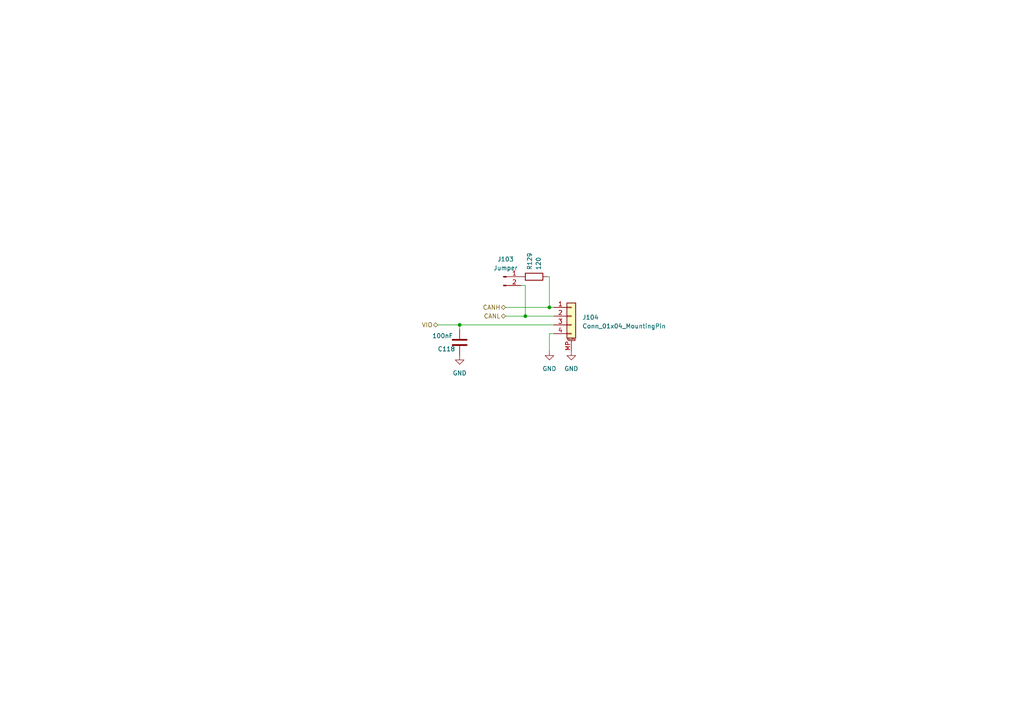
<source format=kicad_sch>
(kicad_sch (version 20231120) (generator "eeschema") (generator_version "8.0")
  (paper "A4")
  (lib_symbols
    (symbol "Connector:Conn_01x02_Pin" (pin_names (offset 1.016) hide)
      (property "Reference" "J" (at 0 2.54 0))
      (property "Value" "Conn_01x02_Pin" (at 0 -5.08 0))
      (symbol "Conn_01x02_Pin_1_1"
        (polyline (pts (xy 1.27 -2.54) (xy 0.8636 -2.54)) (stroke (width 0.1524)))
        (polyline (pts (xy 1.27 0) (xy 0.8636 0)) (stroke (width 0.1524)))
        (rectangle (start 0.8636 -2.413) (end 0 -2.667) (stroke (width 0.1524)) (fill (type outline)))
        (rectangle (start 0.8636 0.127) (end 0 -0.127) (stroke (width 0.1524)) (fill (type outline)))
        (pin passive line (at 5.08 0 180) (length 3.81) (name "Pin_1") (number "1"))
        (pin passive line (at 5.08 -2.54 180) (length 3.81) (name "Pin_2") (number "2"))
      )
    )
    (symbol "Connector_Generic_MountingPin:Conn_01x04_MountingPin" (pin_names (offset 1.016) hide)
      (property "Reference" "J" (at 0 5.08 0))
      (property "Value" "Conn_01x04_MountingPin" (at 1.27 -7.62 0))
      (symbol "Conn_01x04_MountingPin_1_1"
        (rectangle (start -1.27 -4.953) (end 0 -5.207) (stroke (width 0.1524)))
        (rectangle (start -1.27 -2.413) (end 0 -2.667) (stroke (width 0.1524)))
        (rectangle (start -1.27 0.127) (end 0 -0.127) (stroke (width 0.1524)))
        (rectangle (start -1.27 2.667) (end 0 2.413) (stroke (width 0.1524)))
        (rectangle (start -1.27 3.81) (end 1.27 -6.35) (stroke (width 0.254)) (fill (type background)))
        (polyline (pts (xy -1.016 -7.112) (xy 1.016 -7.112)) (stroke (width 0.1524)))
        (text "Mounting" (at 0 -6.731 0) (effects (font (size 0.381 0.381))))
        (pin passive line (at -5.08 2.54 0) (length 3.81) (name "Pin_1") (number "1"))
        (pin passive line (at -5.08 0 0) (length 3.81) (name "Pin_2") (number "2"))
        (pin passive line (at -5.08 -2.54 0) (length 3.81) (name "Pin_3") (number "3"))
        (pin passive line (at -5.08 -5.08 0) (length 3.81) (name "Pin_4") (number "4"))
        (pin passive line (at 0 -10.16 90) (length 3.048) (name "MountPin") (number "MP"))
      )
    )
    (symbol "Device:C" (pin_numbers hide) (pin_names (offset 0.254))
      (property "Reference" "C" (at 0.635 2.54 0))
      (property "Value" "C" (at 0.635 -2.54 0))
      (symbol "C_0_1"
        (polyline (pts (xy -2.032 -0.762) (xy 2.032 -0.762)) (stroke (width 0.508)))
        (polyline (pts (xy -2.032 0.762) (xy 2.032 0.762)) (stroke (width 0.508)))
      )
      (symbol "C_1_1"
        (pin passive line (at 0 3.81 270) (length 2.794) (name "~") (number "1"))
        (pin passive line (at 0 -3.81 90) (length 2.794) (name "~") (number "2"))
      )
    )
    (symbol "Device:R" (pin_numbers hide) (pin_names (offset 0))
      (property "Reference" "R" (at 2.032 0 90))
      (property "Value" "R" (at 0 0 90))
      (symbol "R_0_1"
        (rectangle (start -1.016 -2.54) (end 1.016 2.54) (stroke (width 0.254)))
      )
      (symbol "R_1_1"
        (pin passive line (at 0 3.81 270) (length 1.27) (name "~") (number "1"))
        (pin passive line (at 0 -3.81 90) (length 1.27) (name "~") (number "2"))
      )
    )
    (symbol "power:GND" (power) (pin_names (offset 0))
      (property "Value" "GND" (at 0 -3.81 0))
      (symbol "GND_0_1"
        (polyline (pts (xy 0 0) (xy 0 -1.27) (xy 1.27 -1.27) (xy 0 -2.54) (xy -1.27 -1.27) (xy 0 -1.27)))
      )
      (symbol "GND_1_1"
        (pin power_in line (at 0 0 270) (length 0) hide (name "GND") (number "1"))
      )
    )
  )
  (junction (at 133.3179 94.237))
  (junction (at 152.3679 91.697))
  (junction (at 159.3529 89.157))
  (wire (pts (xy 152.3679 82.807) (xy 152.3679 91.697)))
  (wire (pts (xy 152.3679 91.697) (xy 160.6229 91.697)))
  (wire (pts (xy 133.3179 94.237) (xy 133.3179 95.507)))
  (wire (pts (xy 146.6529 91.697) (xy 152.3679 91.697)))
  (wire (pts (xy 158.7179 80.267) (xy 159.3529 80.267)))
  (wire (pts (xy 159.3529 96.777) (xy 159.3529 101.857)))
  (wire (pts (xy 160.6229 96.777) (xy 159.3529 96.777)))
  (wire (pts (xy 133.3179 94.237) (xy 160.6229 94.237)))
  (wire (pts (xy 151.0979 82.807) (xy 152.3679 82.807)))
  (wire (pts (xy 126.9679 94.237) (xy 133.3179 94.237)))
  (wire (pts (xy 159.3529 80.267) (xy 159.3529 89.157)))
  (wire (pts (xy 159.3529 89.157) (xy 160.6229 89.157)))
  (wire (pts (xy 146.6529 89.157) (xy 159.3529 89.157)))
  (hierarchical_label "VIO" (shape bidirectional) (at 126.9679 94.237 180))
  (hierarchical_label "CANH" (shape bidirectional) (at 146.6529 89.157 180))
  (hierarchical_label "CANL" (shape bidirectional) (at 146.6529 91.697 180))
  (symbol (lib_id "Connector:Conn_01x02_Pin") (at 146.0179 80.267 0) (unit 1)
    (property "Reference" "J103" (at 146.6529 75.187 0))
    (property "Value" "Jumper" (at 146.6529 77.727 0))
    (property "Footprint" "Connector_PinHeader_1.27mm:PinHeader_1x02_P1.27mm_Vertical" (effects (hide yes)))
  )
  (symbol (lib_id "power:GND") (at 133.3179 103.127 0) (unit 1)
    (property "Reference" "#PWR0139" (effects (hide yes)))
    (property "Value" "GND" (at 133.3179 108.207 0))
  )
  (symbol (lib_id "power:GND") (at 159.3529 101.857 0) (unit 1)
    (property "Reference" "#PWR0140" (effects (hide yes)))
    (property "Value" "GND" (at 159.3529 106.937 0))
  )
  (symbol (lib_id "Device:R") (at 154.9079 80.267 90) (unit 1)
    (property "Reference" "R129" (at 153.6379 78.362 0) (effects (justify left)))
    (property "Value" "120" (at 156.1779 78.362 0) (effects (justify left)))
    (property "Footprint" "Resistor_SMD:R_0402_1005Metric" (effects (hide yes)))
    (property "LCSC" "C25079" (effects (hide yes)))
  )
  (symbol (lib_id "Connector_Generic_MountingPin:Conn_01x04_MountingPin") (at 165.7029 91.697 0) (unit 1)
    (property "Reference" "J104" (at 168.8779 92.0526 0) (effects (justify left)))
    (property "Value" "Conn_01x04_MountingPin" (at 168.8779 94.5926 0) (effects (justify left)))
    (property "Footprint" "WOBCLibrary:Grove_4P_L_SMD" (effects (hide yes)))
  )
  (symbol (lib_id "power:GND") (at 165.7029 101.857 0) (unit 1)
    (property "Reference" "#PWR0141" (effects (hide yes)))
    (property "Value" "GND" (at 165.7029 106.937 0))
  )
  (symbol (lib_id "Device:C") (at 133.3179 99.317 180) (unit 1)
    (property "Reference" "C118" (at 132.0479 101.222 0) (effects (justify left)))
    (property "Value" "100nF" (at 131.4129 97.412 0) (effects (justify left)))
    (property "Footprint" "Capacitor_SMD:C_0402_1005Metric" (effects (hide yes)))
    (property "LCSC" "C1525" (effects (hide yes)))
  )
)
</source>
